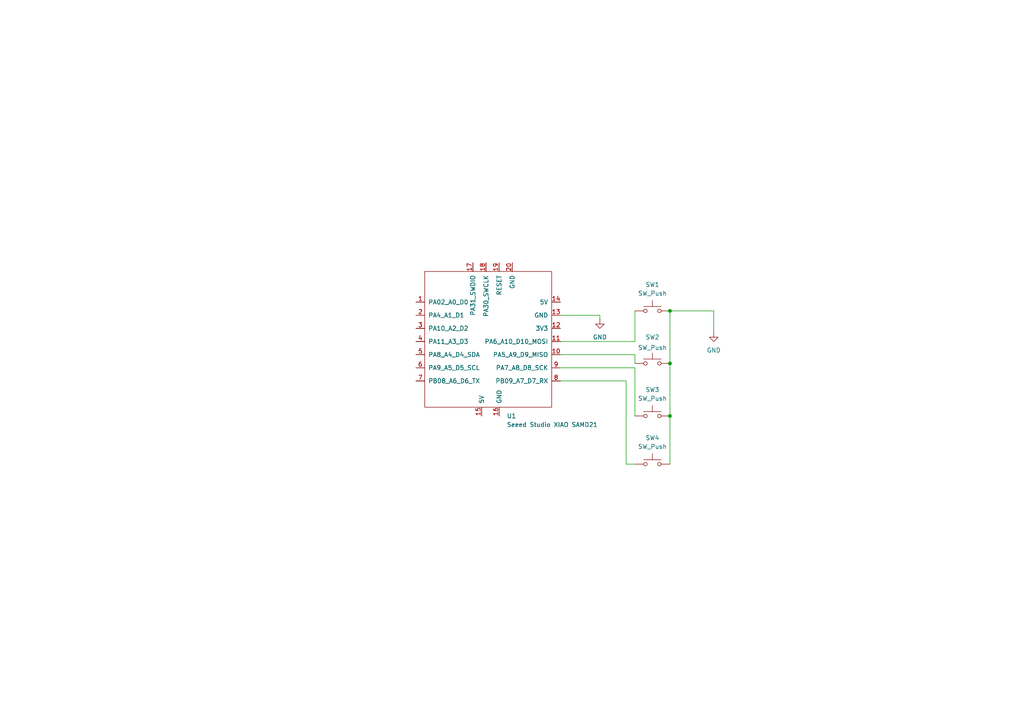
<source format=kicad_sch>
(kicad_sch (version 20231120) (generator "eeschema") (generator_version "8.0")
  (paper "A4")
  (lib_symbols
    (symbol "Seeed_Studio_XIAO_Series:Seeed Studio XIAO SAMD21" (pin_names (offset 1.016))
      (property "Reference" "U" (at -19.05 22.86 0))
      (property "Value" "Seeed Studio XIAO SAMD21" (at -12.7 21.59 0))
      (symbol "Seeed Studio XIAO SAMD21_0_1"
        (rectangle (start -19.05 20.32) (end 17.78 -19.05))
      )
      (symbol "Seeed Studio XIAO SAMD21_1_1"
        (pin unspecified line (at -21.59 11.43 0) (length 2.54) (name "PA02_A0_D0") (number "1"))
        (pin unspecified line (at 20.32 -3.81 180) (length 2.54) (name "PA5_A9_D9_MISO") (number "10"))
        (pin unspecified line (at 20.32 0 180) (length 2.54) (name "PA6_A10_D10_MOSI") (number "11"))
        (pin unspecified line (at 20.32 3.81 180) (length 2.54) (name "3V3") (number "12"))
        (pin unspecified line (at 20.32 7.62 180) (length 2.54) (name "GND") (number "13"))
        (pin unspecified line (at 20.32 11.43 180) (length 2.54) (name "5V") (number "14"))
        (pin input line (at -2.54 -21.59 90) (length 2.54) (name "5V") (number "15"))
        (pin input line (at 2.54 -21.59 90) (length 2.54) (name "GND") (number "16"))
        (pin input line (at -5.08 22.86 270) (length 2.54) (name "PA31_SWDIO") (number "17"))
        (pin input line (at -1.27 22.86 270) (length 2.54) (name "PA30_SWCLK") (number "18"))
        (pin input line (at 2.54 22.86 270) (length 2.54) (name "RESET") (number "19"))
        (pin unspecified line (at -21.59 7.62 0) (length 2.54) (name "PA4_A1_D1") (number "2"))
        (pin input line (at 6.35 22.86 270) (length 2.54) (name "GND") (number "20"))
        (pin unspecified line (at -21.59 3.81 0) (length 2.54) (name "PA10_A2_D2") (number "3"))
        (pin unspecified line (at -21.59 0 0) (length 2.54) (name "PA11_A3_D3") (number "4"))
        (pin unspecified line (at -21.59 -3.81 0) (length 2.54) (name "PA8_A4_D4_SDA") (number "5"))
        (pin unspecified line (at -21.59 -7.62 0) (length 2.54) (name "PA9_A5_D5_SCL") (number "6"))
        (pin unspecified line (at -21.59 -11.43 0) (length 2.54) (name "PB08_A6_D6_TX") (number "7"))
        (pin unspecified line (at 20.32 -11.43 180) (length 2.54) (name "PB09_A7_D7_RX") (number "8"))
        (pin unspecified line (at 20.32 -7.62 180) (length 2.54) (name "PA7_A8_D8_SCK") (number "9"))
      )
    )
    (symbol "Switch:SW_Push" (pin_numbers hide) (pin_names (offset 1.016) hide)
      (property "Reference" "SW" (at 1.27 2.54 0))
      (property "Value" "SW_Push" (at 0 -1.524 0))
      (symbol "SW_Push_0_1"
        (circle (center -2.032 0) (radius 0.508))
        (polyline (pts (xy 0 1.27) (xy 0 3.048)))
        (polyline (pts (xy 2.54 1.27) (xy -2.54 1.27)))
        (circle (center 2.032 0) (radius 0.508))
        (pin passive line (at -5.08 0 0) (length 2.54) (name "1") (number "1"))
        (pin passive line (at 5.08 0 180) (length 2.54) (name "2") (number "2"))
      )
    )
    (symbol "power:GND" (power) (pin_numbers hide) (pin_names (offset 0) hide)
      (property "Value" "GND" (at 0 -3.81 0))
      (symbol "GND_0_1"
        (polyline (pts (xy 0 0) (xy 0 -1.27) (xy 1.27 -1.27) (xy 0 -2.54) (xy -1.27 -1.27) (xy 0 -1.27)))
      )
      (symbol "GND_1_1"
        (pin power_in line (at 0 0 270) (length 0) (name "~") (number "1"))
      )
    )
  )
  (junction (at 194.31 105.41))
  (junction (at 194.31 120.65))
  (junction (at 194.31 90.17))
  (wire (pts (xy 162.56 99.06) (xy 184.15 99.06)))
  (wire (pts (xy 184.15 106.68) (xy 184.15 120.65)))
  (wire (pts (xy 184.15 102.87) (xy 184.15 105.41)))
  (wire (pts (xy 194.31 105.41) (xy 194.31 120.65)))
  (wire (pts (xy 194.31 120.65) (xy 194.31 134.62)))
  (wire (pts (xy 162.56 106.68) (xy 184.15 106.68)))
  (wire (pts (xy 162.56 110.49) (xy 181.61 110.49)))
  (wire (pts (xy 181.61 110.49) (xy 181.61 134.62)))
  (wire (pts (xy 162.56 102.87) (xy 184.15 102.87)))
  (wire (pts (xy 162.56 91.44) (xy 173.99 91.44)))
  (wire (pts (xy 194.31 90.17) (xy 207.01 90.17)))
  (wire (pts (xy 207.01 90.17) (xy 207.01 96.52)))
  (wire (pts (xy 181.61 134.62) (xy 184.15 134.62)))
  (wire (pts (xy 194.31 90.17) (xy 194.31 105.41)))
  (wire (pts (xy 173.99 91.44) (xy 173.99 92.71)))
  (wire (pts (xy 184.15 90.17) (xy 184.15 99.06)))
  (symbol (lib_id "Switch:SW_Push") (at 189.23 120.65 0) (unit 1)
    (property "Reference" "SW3" (at 189.23 113.03 0))
    (property "Value" "SW_Push" (at 189.23 115.57 0))
    (property "Footprint" "Button_Switch_Keyboard:SW_Cherry_MX_1.00u_PCB" (effects (hide yes)))
    (property "Description" "Push button switch, generic, two pins" (effects (hide yes)))
  )
  (symbol (lib_id "power:GND") (at 207.01 96.52 0) (unit 1)
    (property "Reference" "#PWR02" (effects (hide yes)))
    (property "Value" "GND" (at 207.01 101.6 0))
    (property "Description" "Power symbol creates a global label with name \"GND\" , ground" (effects (hide yes)))
  )
  (symbol (lib_id "Switch:SW_Push") (at 189.23 134.62 0) (unit 1)
    (property "Reference" "SW4" (at 189.23 127 0))
    (property "Value" "SW_Push" (at 189.23 129.54 0))
    (property "Footprint" "Button_Switch_Keyboard:SW_Cherry_MX_1.00u_PCB" (effects (hide yes)))
    (property "Description" "Push button switch, generic, two pins" (effects (hide yes)))
  )
  (symbol (lib_id "Switch:SW_Push") (at 189.23 105.41 0) (unit 1)
    (property "Reference" "SW2" (at 189.23 97.79 0))
    (property "Value" "SW_Push" (at 189.23 100.838 0))
    (property "Footprint" "Button_Switch_Keyboard:SW_Cherry_MX_1.00u_PCB" (effects (hide yes)))
    (property "Description" "Push button switch, generic, two pins" (effects (hide yes)))
  )
  (symbol (lib_id "power:GND") (at 173.99 92.71 0) (unit 1)
    (property "Reference" "#PWR01" (effects (hide yes)))
    (property "Value" "GND" (at 173.99 97.79 0))
    (property "Description" "Power symbol creates a global label with name \"GND\" , ground" (effects (hide yes)))
  )
  (symbol (lib_id "Switch:SW_Push") (at 189.23 90.17 0) (unit 1)
    (property "Reference" "SW1" (at 189.23 82.55 0))
    (property "Value" "SW_Push" (at 189.23 85.09 0))
    (property "Footprint" "Button_Switch_Keyboard:SW_Cherry_MX_1.00u_PCB" (effects (hide yes)))
    (property "Description" "Push button switch, generic, two pins" (effects (hide yes)))
  )
  (symbol (lib_id "Seeed_Studio_XIAO_Series:Seeed Studio XIAO SAMD21") (at 142.24 99.06 0) (unit 1)
    (property "Reference" "U1" (at 146.9741 120.65 0) (effects (justify left)))
    (property "Value" "Seeed Studio XIAO SAMD21" (at 146.9741 123.19 0) (effects (justify left)))
    (property "Footprint" "NEW OPL_Kicad_Library-master:XIAO-Generic-Thruhole-14P-2.54-21X17.8MM" (effects (hide yes)))
  )
)
</source>
